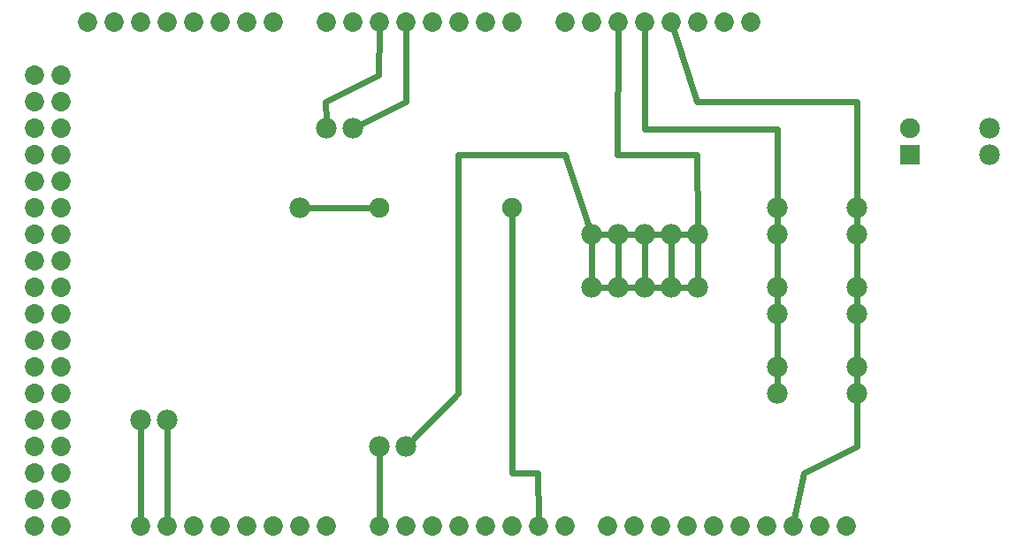
<source format=gbl>
G04 MADE WITH FRITZING*
G04 WWW.FRITZING.ORG*
G04 DOUBLE SIDED*
G04 HOLES PLATED*
G04 CONTOUR ON CENTER OF CONTOUR VECTOR*
%ASAXBY*%
%FSLAX23Y23*%
%MOIN*%
%OFA0B0*%
%SFA1.0B1.0*%
%ADD10C,0.072917*%
%ADD11C,0.075000*%
%ADD12C,0.078000*%
%ADD13R,0.075000X0.075000*%
%ADD14C,0.024000*%
%LNCOPPER0*%
G90*
G70*
G54D10*
X1003Y2013D03*
X2603Y2013D03*
X903Y2013D03*
X803Y2013D03*
X703Y2013D03*
X603Y2013D03*
X303Y613D03*
X503Y2013D03*
X403Y2013D03*
X2563Y113D03*
X2003Y2013D03*
X1903Y2013D03*
X1803Y2013D03*
X1703Y2013D03*
X303Y1413D03*
X1603Y2013D03*
X1503Y2013D03*
X1403Y2013D03*
X1303Y2013D03*
X1803Y113D03*
X303Y213D03*
X303Y1013D03*
X303Y1813D03*
X2963Y113D03*
X2203Y2013D03*
X2203Y113D03*
X303Y413D03*
X303Y813D03*
X303Y1213D03*
X603Y113D03*
X303Y1613D03*
X703Y113D03*
X803Y113D03*
X903Y113D03*
X1003Y113D03*
X1103Y113D03*
X1203Y113D03*
X1303Y113D03*
X3163Y113D03*
X2763Y113D03*
X2363Y113D03*
X2803Y2013D03*
X2403Y2013D03*
X1603Y113D03*
X2003Y113D03*
X303Y113D03*
X303Y313D03*
X303Y513D03*
X303Y713D03*
X303Y913D03*
X303Y1113D03*
X303Y1313D03*
X303Y1513D03*
X303Y1713D03*
X3263Y113D03*
X3063Y113D03*
X2863Y113D03*
X2663Y113D03*
X2463Y113D03*
X2903Y2013D03*
X2703Y2013D03*
X2503Y2013D03*
X2303Y2013D03*
X1503Y113D03*
X1703Y113D03*
X1903Y113D03*
X2103Y113D03*
X203Y113D03*
X203Y213D03*
X203Y313D03*
X203Y413D03*
X203Y513D03*
X203Y613D03*
X203Y713D03*
X203Y813D03*
X203Y913D03*
X203Y1013D03*
X203Y1113D03*
X203Y1213D03*
X203Y1313D03*
X203Y1413D03*
X203Y1513D03*
X203Y1613D03*
X203Y1713D03*
X203Y1813D03*
X1103Y2013D03*
G54D11*
X2003Y1313D03*
X1503Y1313D03*
X3503Y1513D03*
X3503Y1613D03*
G54D12*
X3003Y1313D03*
X3003Y1213D03*
X3003Y1313D03*
X3003Y1213D03*
X3003Y1013D03*
X3003Y913D03*
X3003Y1013D03*
X3003Y913D03*
X3003Y713D03*
X3003Y613D03*
X3003Y713D03*
X3003Y613D03*
X3303Y1313D03*
X3303Y1213D03*
X3303Y1313D03*
X3303Y1213D03*
X3303Y1013D03*
X3303Y913D03*
X3303Y1013D03*
X3303Y913D03*
X3303Y713D03*
X3303Y613D03*
X3303Y713D03*
X3303Y613D03*
X1603Y413D03*
X1503Y413D03*
X1603Y413D03*
X1503Y413D03*
X1403Y1613D03*
X1303Y1613D03*
X1403Y1613D03*
X1303Y1613D03*
X1203Y1313D03*
X1203Y1313D03*
X2703Y1213D03*
X2603Y1213D03*
X2503Y1213D03*
X2403Y1213D03*
X2303Y1213D03*
X2703Y1013D03*
X2603Y1013D03*
X2503Y1013D03*
X2403Y1013D03*
X2303Y1013D03*
X3803Y1613D03*
X3803Y1513D03*
X3803Y1613D03*
X3803Y1513D03*
X703Y513D03*
X603Y513D03*
X703Y513D03*
X603Y513D03*
G54D13*
X3503Y1513D03*
G54D14*
X2003Y1285D02*
X2005Y315D01*
D02*
X2005Y315D02*
X2102Y315D01*
D02*
X2102Y315D02*
X2103Y143D01*
D02*
X3003Y1283D02*
X3003Y1243D01*
D02*
X3003Y683D02*
X3003Y643D01*
D02*
X3003Y883D02*
X3003Y743D01*
D02*
X3003Y983D02*
X3003Y943D01*
D02*
X3003Y1183D02*
X3003Y1043D01*
D02*
X2503Y1983D02*
X2504Y1610D01*
D02*
X3003Y1610D02*
X3003Y1343D01*
D02*
X2504Y1610D02*
X3003Y1610D01*
D02*
X3303Y1283D02*
X3303Y1243D01*
D02*
X3303Y1183D02*
X3303Y1043D01*
D02*
X3303Y683D02*
X3303Y643D01*
D02*
X3303Y883D02*
X3303Y743D01*
D02*
X3303Y983D02*
X3303Y943D01*
D02*
X2613Y1984D02*
X2702Y1713D01*
D02*
X3303Y1713D02*
X3303Y1343D01*
D02*
X2702Y1713D02*
X3303Y1713D01*
D02*
X1503Y143D02*
X1503Y383D01*
D02*
X1500Y1815D02*
X1302Y1713D01*
D02*
X1503Y1983D02*
X1500Y1815D01*
D02*
X1302Y1713D02*
X1303Y1643D01*
D02*
X1603Y1713D02*
X1430Y1627D01*
D02*
X1603Y1983D02*
X1603Y1713D01*
D02*
X1474Y1313D02*
X1233Y1313D01*
D02*
X2702Y1515D02*
X2703Y1243D01*
D02*
X2402Y1515D02*
X2702Y1515D01*
D02*
X2403Y1983D02*
X2402Y1515D01*
D02*
X2703Y1183D02*
X2703Y1043D01*
D02*
X2673Y1013D02*
X2633Y1013D01*
D02*
X2573Y1013D02*
X2533Y1013D01*
D02*
X2473Y1013D02*
X2433Y1013D01*
D02*
X2373Y1013D02*
X2333Y1013D01*
D02*
X2603Y1183D02*
X2603Y1043D01*
D02*
X2503Y1183D02*
X2503Y1043D01*
D02*
X2403Y1183D02*
X2403Y1043D01*
D02*
X2303Y1183D02*
X2303Y1043D01*
D02*
X2373Y1213D02*
X2333Y1213D01*
D02*
X2473Y1213D02*
X2433Y1213D01*
D02*
X2573Y1213D02*
X2533Y1213D01*
D02*
X2673Y1213D02*
X2633Y1213D01*
D02*
X2204Y1515D02*
X1801Y1515D01*
D02*
X2294Y1242D02*
X2204Y1515D01*
D02*
X1801Y613D02*
X1624Y435D01*
D02*
X1801Y1515D02*
X1801Y613D01*
D02*
X3105Y313D02*
X3069Y143D01*
D02*
X3303Y415D02*
X3105Y313D01*
D02*
X3303Y583D02*
X3303Y415D01*
D02*
X703Y483D02*
X703Y143D01*
D02*
X603Y483D02*
X603Y143D01*
G04 End of Copper0*
M02*
</source>
